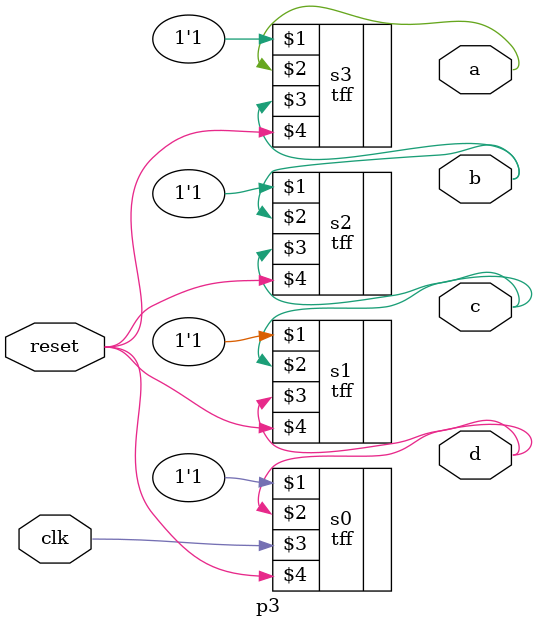
<source format=v>
`include "tff.v"

module p3(clk, a, b, c, d, reset);
input clk, reset;
output a,b,c,d;
tff s0(1'b1, d, clk, reset);
tff s1(1'b1, c, d, reset);
tff s2(1'b1, b, c, reset);
tff s3(1'b1, a, b, reset);
endmodule
</source>
